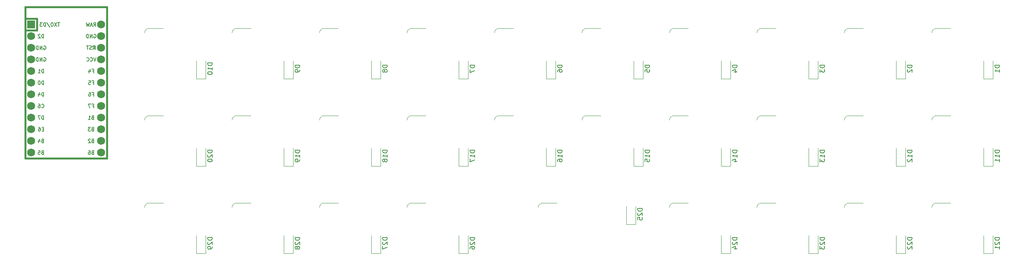
<source format=gbr>
%TF.GenerationSoftware,KiCad,Pcbnew,(6.0.6)*%
%TF.CreationDate,2022-07-16T11:48:02+07:00*%
%TF.ProjectId,pocket,706f636b-6574-42e6-9b69-6361645f7063,rev?*%
%TF.SameCoordinates,Original*%
%TF.FileFunction,Legend,Bot*%
%TF.FilePolarity,Positive*%
%FSLAX46Y46*%
G04 Gerber Fmt 4.6, Leading zero omitted, Abs format (unit mm)*
G04 Created by KiCad (PCBNEW (6.0.6)) date 2022-07-16 11:48:02*
%MOMM*%
%LPD*%
G01*
G04 APERTURE LIST*
%ADD10C,0.150000*%
%ADD11C,0.381000*%
%ADD12C,0.120000*%
%ADD13R,1.752600X1.752600*%
%ADD14C,1.752600*%
G04 APERTURE END LIST*
D10*
%TO.C,U1*%
X62141059Y-101307107D02*
X62026773Y-101345202D01*
X61988678Y-101383297D01*
X61950583Y-101459488D01*
X61950583Y-101573773D01*
X61988678Y-101649964D01*
X62026773Y-101688059D01*
X62102964Y-101726154D01*
X62407726Y-101726154D01*
X62407726Y-100926154D01*
X62141059Y-100926154D01*
X62064869Y-100964250D01*
X62026773Y-101002345D01*
X61988678Y-101078535D01*
X61988678Y-101154726D01*
X62026773Y-101230916D01*
X62064869Y-101269011D01*
X62141059Y-101307107D01*
X62407726Y-101307107D01*
X61683916Y-100926154D02*
X61188678Y-100926154D01*
X61455345Y-101230916D01*
X61341059Y-101230916D01*
X61264869Y-101269011D01*
X61226773Y-101307107D01*
X61188678Y-101383297D01*
X61188678Y-101573773D01*
X61226773Y-101649964D01*
X61264869Y-101688059D01*
X61341059Y-101726154D01*
X61569630Y-101726154D01*
X61645821Y-101688059D01*
X61683916Y-101649964D01*
X62426773Y-80644250D02*
X62502964Y-80606154D01*
X62617250Y-80606154D01*
X62731535Y-80644250D01*
X62807726Y-80720440D01*
X62845821Y-80796630D01*
X62883916Y-80949011D01*
X62883916Y-81063297D01*
X62845821Y-81215678D01*
X62807726Y-81291869D01*
X62731535Y-81368059D01*
X62617250Y-81406154D01*
X62541059Y-81406154D01*
X62426773Y-81368059D01*
X62388678Y-81329964D01*
X62388678Y-81063297D01*
X62541059Y-81063297D01*
X62045821Y-81406154D02*
X62045821Y-80606154D01*
X61588678Y-81406154D01*
X61588678Y-80606154D01*
X61207726Y-81406154D02*
X61207726Y-80606154D01*
X61017250Y-80606154D01*
X60902964Y-80644250D01*
X60826773Y-80720440D01*
X60788678Y-80796630D01*
X60750583Y-80949011D01*
X60750583Y-81063297D01*
X60788678Y-81215678D01*
X60826773Y-81291869D01*
X60902964Y-81368059D01*
X61017250Y-81406154D01*
X61207726Y-81406154D01*
X62141059Y-106387107D02*
X62026773Y-106425202D01*
X61988678Y-106463297D01*
X61950583Y-106539488D01*
X61950583Y-106653773D01*
X61988678Y-106729964D01*
X62026773Y-106768059D01*
X62102964Y-106806154D01*
X62407726Y-106806154D01*
X62407726Y-106006154D01*
X62141059Y-106006154D01*
X62064869Y-106044250D01*
X62026773Y-106082345D01*
X61988678Y-106158535D01*
X61988678Y-106234726D01*
X62026773Y-106310916D01*
X62064869Y-106349011D01*
X62141059Y-106387107D01*
X62407726Y-106387107D01*
X61264869Y-106006154D02*
X61417250Y-106006154D01*
X61493440Y-106044250D01*
X61531535Y-106082345D01*
X61607726Y-106196630D01*
X61645821Y-106349011D01*
X61645821Y-106653773D01*
X61607726Y-106729964D01*
X61569630Y-106768059D01*
X61493440Y-106806154D01*
X61341059Y-106806154D01*
X61264869Y-106768059D01*
X61226773Y-106729964D01*
X61188678Y-106653773D01*
X61188678Y-106463297D01*
X61226773Y-106387107D01*
X61264869Y-106349011D01*
X61341059Y-106310916D01*
X61493440Y-106310916D01*
X61569630Y-106349011D01*
X61607726Y-106387107D01*
X61645821Y-106463297D01*
X51447630Y-101307107D02*
X51180964Y-101307107D01*
X51066678Y-101726154D02*
X51447630Y-101726154D01*
X51447630Y-100926154D01*
X51066678Y-100926154D01*
X50380964Y-100926154D02*
X50533345Y-100926154D01*
X50609535Y-100964250D01*
X50647630Y-101002345D01*
X50723821Y-101116630D01*
X50761916Y-101269011D01*
X50761916Y-101573773D01*
X50723821Y-101649964D01*
X50685726Y-101688059D01*
X50609535Y-101726154D01*
X50457154Y-101726154D01*
X50380964Y-101688059D01*
X50342869Y-101649964D01*
X50304773Y-101573773D01*
X50304773Y-101383297D01*
X50342869Y-101307107D01*
X50380964Y-101269011D01*
X50457154Y-101230916D01*
X50609535Y-101230916D01*
X50685726Y-101269011D01*
X50723821Y-101307107D01*
X50761916Y-101383297D01*
X51219059Y-103847107D02*
X51104773Y-103885202D01*
X51066678Y-103923297D01*
X51028583Y-103999488D01*
X51028583Y-104113773D01*
X51066678Y-104189964D01*
X51104773Y-104228059D01*
X51180964Y-104266154D01*
X51485726Y-104266154D01*
X51485726Y-103466154D01*
X51219059Y-103466154D01*
X51142869Y-103504250D01*
X51104773Y-103542345D01*
X51066678Y-103618535D01*
X51066678Y-103694726D01*
X51104773Y-103770916D01*
X51142869Y-103809011D01*
X51219059Y-103847107D01*
X51485726Y-103847107D01*
X50342869Y-103732821D02*
X50342869Y-104266154D01*
X50533345Y-103428059D02*
X50723821Y-103999488D01*
X50228583Y-103999488D01*
X61929583Y-83888059D02*
X61815297Y-83926154D01*
X61624821Y-83926154D01*
X61548630Y-83888059D01*
X61510535Y-83849964D01*
X61472440Y-83773773D01*
X61472440Y-83697583D01*
X61510535Y-83621392D01*
X61548630Y-83583297D01*
X61624821Y-83545202D01*
X61777202Y-83507107D01*
X61853392Y-83469011D01*
X61891488Y-83430916D01*
X61929583Y-83354726D01*
X61929583Y-83278535D01*
X61891488Y-83202345D01*
X61853392Y-83164250D01*
X61777202Y-83126154D01*
X61586726Y-83126154D01*
X61472440Y-83164250D01*
X61243869Y-83126154D02*
X60786726Y-83126154D01*
X61015297Y-83926154D02*
X61015297Y-83126154D01*
X51485726Y-99186154D02*
X51485726Y-98386154D01*
X51295250Y-98386154D01*
X51180964Y-98424250D01*
X51104773Y-98500440D01*
X51066678Y-98576630D01*
X51028583Y-98729011D01*
X51028583Y-98843297D01*
X51066678Y-98995678D01*
X51104773Y-99071869D01*
X51180964Y-99148059D01*
X51295250Y-99186154D01*
X51485726Y-99186154D01*
X50761916Y-98386154D02*
X50228583Y-98386154D01*
X50571440Y-99186154D01*
X51485726Y-94106154D02*
X51485726Y-93306154D01*
X51295250Y-93306154D01*
X51180964Y-93344250D01*
X51104773Y-93420440D01*
X51066678Y-93496630D01*
X51028583Y-93649011D01*
X51028583Y-93763297D01*
X51066678Y-93915678D01*
X51104773Y-93991869D01*
X51180964Y-94068059D01*
X51295250Y-94106154D01*
X51485726Y-94106154D01*
X50342869Y-93572821D02*
X50342869Y-94106154D01*
X50533345Y-93268059D02*
X50723821Y-93839488D01*
X50228583Y-93839488D01*
X62883916Y-85686154D02*
X62617250Y-86486154D01*
X62350583Y-85686154D01*
X61626773Y-86409964D02*
X61664869Y-86448059D01*
X61779154Y-86486154D01*
X61855345Y-86486154D01*
X61969630Y-86448059D01*
X62045821Y-86371869D01*
X62083916Y-86295678D01*
X62122011Y-86143297D01*
X62122011Y-86029011D01*
X62083916Y-85876630D01*
X62045821Y-85800440D01*
X61969630Y-85724250D01*
X61855345Y-85686154D01*
X61779154Y-85686154D01*
X61664869Y-85724250D01*
X61626773Y-85762345D01*
X60826773Y-86409964D02*
X60864869Y-86448059D01*
X60979154Y-86486154D01*
X61055345Y-86486154D01*
X61169630Y-86448059D01*
X61245821Y-86371869D01*
X61283916Y-86295678D01*
X61322011Y-86143297D01*
X61322011Y-86029011D01*
X61283916Y-85876630D01*
X61245821Y-85800440D01*
X61169630Y-85724250D01*
X61055345Y-85686154D01*
X60979154Y-85686154D01*
X60864869Y-85724250D01*
X60826773Y-85762345D01*
X62083916Y-96227107D02*
X62350583Y-96227107D01*
X62350583Y-96646154D02*
X62350583Y-95846154D01*
X61969630Y-95846154D01*
X61741059Y-95846154D02*
X61207726Y-95846154D01*
X61550583Y-96646154D01*
X51028583Y-96569964D02*
X51066678Y-96608059D01*
X51180964Y-96646154D01*
X51257154Y-96646154D01*
X51371440Y-96608059D01*
X51447630Y-96531869D01*
X51485726Y-96455678D01*
X51523821Y-96303297D01*
X51523821Y-96189011D01*
X51485726Y-96036630D01*
X51447630Y-95960440D01*
X51371440Y-95884250D01*
X51257154Y-95846154D01*
X51180964Y-95846154D01*
X51066678Y-95884250D01*
X51028583Y-95922345D01*
X50342869Y-95846154D02*
X50495250Y-95846154D01*
X50571440Y-95884250D01*
X50609535Y-95922345D01*
X50685726Y-96036630D01*
X50723821Y-96189011D01*
X50723821Y-96493773D01*
X50685726Y-96569964D01*
X50647630Y-96608059D01*
X50571440Y-96646154D01*
X50419059Y-96646154D01*
X50342869Y-96608059D01*
X50304773Y-96569964D01*
X50266678Y-96493773D01*
X50266678Y-96303297D01*
X50304773Y-96227107D01*
X50342869Y-96189011D01*
X50419059Y-96150916D01*
X50571440Y-96150916D01*
X50647630Y-96189011D01*
X50685726Y-96227107D01*
X50723821Y-96303297D01*
X62083916Y-93687107D02*
X62350583Y-93687107D01*
X62350583Y-94106154D02*
X62350583Y-93306154D01*
X61969630Y-93306154D01*
X61322011Y-93306154D02*
X61474392Y-93306154D01*
X61550583Y-93344250D01*
X61588678Y-93382345D01*
X61664869Y-93496630D01*
X61702964Y-93649011D01*
X61702964Y-93953773D01*
X61664869Y-94029964D01*
X61626773Y-94068059D01*
X61550583Y-94106154D01*
X61398202Y-94106154D01*
X61322011Y-94068059D01*
X61283916Y-94029964D01*
X61245821Y-93953773D01*
X61245821Y-93763297D01*
X61283916Y-93687107D01*
X61322011Y-93649011D01*
X61398202Y-93610916D01*
X61550583Y-93610916D01*
X61626773Y-93649011D01*
X61664869Y-93687107D01*
X61702964Y-93763297D01*
X62369630Y-78866154D02*
X62636297Y-78485202D01*
X62826773Y-78866154D02*
X62826773Y-78066154D01*
X62522011Y-78066154D01*
X62445821Y-78104250D01*
X62407726Y-78142345D01*
X62369630Y-78218535D01*
X62369630Y-78332821D01*
X62407726Y-78409011D01*
X62445821Y-78447107D01*
X62522011Y-78485202D01*
X62826773Y-78485202D01*
X62064869Y-78637583D02*
X61683916Y-78637583D01*
X62141059Y-78866154D02*
X61874392Y-78066154D01*
X61607726Y-78866154D01*
X61417250Y-78066154D02*
X61226773Y-78866154D01*
X61074392Y-78294726D01*
X60922011Y-78866154D01*
X60731535Y-78066154D01*
X62141059Y-103847107D02*
X62026773Y-103885202D01*
X61988678Y-103923297D01*
X61950583Y-103999488D01*
X61950583Y-104113773D01*
X61988678Y-104189964D01*
X62026773Y-104228059D01*
X62102964Y-104266154D01*
X62407726Y-104266154D01*
X62407726Y-103466154D01*
X62141059Y-103466154D01*
X62064869Y-103504250D01*
X62026773Y-103542345D01*
X61988678Y-103618535D01*
X61988678Y-103694726D01*
X62026773Y-103770916D01*
X62064869Y-103809011D01*
X62141059Y-103847107D01*
X62407726Y-103847107D01*
X61645821Y-103542345D02*
X61607726Y-103504250D01*
X61531535Y-103466154D01*
X61341059Y-103466154D01*
X61264869Y-103504250D01*
X61226773Y-103542345D01*
X61188678Y-103618535D01*
X61188678Y-103694726D01*
X61226773Y-103809011D01*
X61683916Y-104266154D01*
X61188678Y-104266154D01*
X51485726Y-81406154D02*
X51485726Y-80606154D01*
X51295250Y-80606154D01*
X51180964Y-80644250D01*
X51104773Y-80720440D01*
X51066678Y-80796630D01*
X51028583Y-80949011D01*
X51028583Y-81063297D01*
X51066678Y-81215678D01*
X51104773Y-81291869D01*
X51180964Y-81368059D01*
X51295250Y-81406154D01*
X51485726Y-81406154D01*
X50723821Y-80682345D02*
X50685726Y-80644250D01*
X50609535Y-80606154D01*
X50419059Y-80606154D01*
X50342869Y-80644250D01*
X50304773Y-80682345D01*
X50266678Y-80758535D01*
X50266678Y-80834726D01*
X50304773Y-80949011D01*
X50761916Y-81406154D01*
X50266678Y-81406154D01*
X51219059Y-106387107D02*
X51104773Y-106425202D01*
X51066678Y-106463297D01*
X51028583Y-106539488D01*
X51028583Y-106653773D01*
X51066678Y-106729964D01*
X51104773Y-106768059D01*
X51180964Y-106806154D01*
X51485726Y-106806154D01*
X51485726Y-106006154D01*
X51219059Y-106006154D01*
X51142869Y-106044250D01*
X51104773Y-106082345D01*
X51066678Y-106158535D01*
X51066678Y-106234726D01*
X51104773Y-106310916D01*
X51142869Y-106349011D01*
X51219059Y-106387107D01*
X51485726Y-106387107D01*
X50304773Y-106006154D02*
X50685726Y-106006154D01*
X50723821Y-106387107D01*
X50685726Y-106349011D01*
X50609535Y-106310916D01*
X50419059Y-106310916D01*
X50342869Y-106349011D01*
X50304773Y-106387107D01*
X50266678Y-106463297D01*
X50266678Y-106653773D01*
X50304773Y-106729964D01*
X50342869Y-106768059D01*
X50419059Y-106806154D01*
X50609535Y-106806154D01*
X50685726Y-106768059D01*
X50723821Y-106729964D01*
X54974854Y-78066154D02*
X54517711Y-78066154D01*
X54746282Y-78866154D02*
X54746282Y-78066154D01*
X54327235Y-78066154D02*
X53793901Y-78866154D01*
X53793901Y-78066154D02*
X54327235Y-78866154D01*
X53336758Y-78066154D02*
X53260568Y-78066154D01*
X53184378Y-78104250D01*
X53146282Y-78142345D01*
X53108187Y-78218535D01*
X53070092Y-78370916D01*
X53070092Y-78561392D01*
X53108187Y-78713773D01*
X53146282Y-78789964D01*
X53184378Y-78828059D01*
X53260568Y-78866154D01*
X53336758Y-78866154D01*
X53412949Y-78828059D01*
X53451044Y-78789964D01*
X53489139Y-78713773D01*
X53527235Y-78561392D01*
X53527235Y-78370916D01*
X53489139Y-78218535D01*
X53451044Y-78142345D01*
X53412949Y-78104250D01*
X53336758Y-78066154D01*
X52155806Y-78028059D02*
X52841520Y-79056630D01*
X51889139Y-78866154D02*
X51889139Y-78066154D01*
X51698663Y-78066154D01*
X51584378Y-78104250D01*
X51508187Y-78180440D01*
X51470092Y-78256630D01*
X51431997Y-78409011D01*
X51431997Y-78523297D01*
X51470092Y-78675678D01*
X51508187Y-78751869D01*
X51584378Y-78828059D01*
X51698663Y-78866154D01*
X51889139Y-78866154D01*
X51165330Y-78066154D02*
X50670092Y-78066154D01*
X50936758Y-78370916D01*
X50822473Y-78370916D01*
X50746282Y-78409011D01*
X50708187Y-78447107D01*
X50670092Y-78523297D01*
X50670092Y-78713773D01*
X50708187Y-78789964D01*
X50746282Y-78828059D01*
X50822473Y-78866154D01*
X51051044Y-78866154D01*
X51127235Y-78828059D01*
X51165330Y-78789964D01*
X62083916Y-88607107D02*
X62350583Y-88607107D01*
X62350583Y-89026154D02*
X62350583Y-88226154D01*
X61969630Y-88226154D01*
X61322011Y-88492821D02*
X61322011Y-89026154D01*
X61512488Y-88188059D02*
X61702964Y-88759488D01*
X61207726Y-88759488D01*
X62141059Y-98767107D02*
X62026773Y-98805202D01*
X61988678Y-98843297D01*
X61950583Y-98919488D01*
X61950583Y-99033773D01*
X61988678Y-99109964D01*
X62026773Y-99148059D01*
X62102964Y-99186154D01*
X62407726Y-99186154D01*
X62407726Y-98386154D01*
X62141059Y-98386154D01*
X62064869Y-98424250D01*
X62026773Y-98462345D01*
X61988678Y-98538535D01*
X61988678Y-98614726D01*
X62026773Y-98690916D01*
X62064869Y-98729011D01*
X62141059Y-98767107D01*
X62407726Y-98767107D01*
X61188678Y-99186154D02*
X61645821Y-99186154D01*
X61417250Y-99186154D02*
X61417250Y-98386154D01*
X61493440Y-98500440D01*
X61569630Y-98576630D01*
X61645821Y-98614726D01*
X62083916Y-91147107D02*
X62350583Y-91147107D01*
X62350583Y-91566154D02*
X62350583Y-90766154D01*
X61969630Y-90766154D01*
X61283916Y-90766154D02*
X61664869Y-90766154D01*
X61702964Y-91147107D01*
X61664869Y-91109011D01*
X61588678Y-91070916D01*
X61398202Y-91070916D01*
X61322011Y-91109011D01*
X61283916Y-91147107D01*
X61245821Y-91223297D01*
X61245821Y-91413773D01*
X61283916Y-91489964D01*
X61322011Y-91528059D01*
X61398202Y-91566154D01*
X61588678Y-91566154D01*
X61664869Y-91528059D01*
X61702964Y-91489964D01*
X51485726Y-89026154D02*
X51485726Y-88226154D01*
X51295250Y-88226154D01*
X51180964Y-88264250D01*
X51104773Y-88340440D01*
X51066678Y-88416630D01*
X51028583Y-88569011D01*
X51028583Y-88683297D01*
X51066678Y-88835678D01*
X51104773Y-88911869D01*
X51180964Y-88988059D01*
X51295250Y-89026154D01*
X51485726Y-89026154D01*
X50266678Y-89026154D02*
X50723821Y-89026154D01*
X50495250Y-89026154D02*
X50495250Y-88226154D01*
X50571440Y-88340440D01*
X50647630Y-88416630D01*
X50723821Y-88454726D01*
X51504773Y-85724250D02*
X51580964Y-85686154D01*
X51695250Y-85686154D01*
X51809535Y-85724250D01*
X51885726Y-85800440D01*
X51923821Y-85876630D01*
X51961916Y-86029011D01*
X51961916Y-86143297D01*
X51923821Y-86295678D01*
X51885726Y-86371869D01*
X51809535Y-86448059D01*
X51695250Y-86486154D01*
X51619059Y-86486154D01*
X51504773Y-86448059D01*
X51466678Y-86409964D01*
X51466678Y-86143297D01*
X51619059Y-86143297D01*
X51123821Y-86486154D02*
X51123821Y-85686154D01*
X50666678Y-86486154D01*
X50666678Y-85686154D01*
X50285726Y-86486154D02*
X50285726Y-85686154D01*
X50095250Y-85686154D01*
X49980964Y-85724250D01*
X49904773Y-85800440D01*
X49866678Y-85876630D01*
X49828583Y-86029011D01*
X49828583Y-86143297D01*
X49866678Y-86295678D01*
X49904773Y-86371869D01*
X49980964Y-86448059D01*
X50095250Y-86486154D01*
X50285726Y-86486154D01*
X51485726Y-91566154D02*
X51485726Y-90766154D01*
X51295250Y-90766154D01*
X51180964Y-90804250D01*
X51104773Y-90880440D01*
X51066678Y-90956630D01*
X51028583Y-91109011D01*
X51028583Y-91223297D01*
X51066678Y-91375678D01*
X51104773Y-91451869D01*
X51180964Y-91528059D01*
X51295250Y-91566154D01*
X51485726Y-91566154D01*
X50533345Y-90766154D02*
X50457154Y-90766154D01*
X50380964Y-90804250D01*
X50342869Y-90842345D01*
X50304773Y-90918535D01*
X50266678Y-91070916D01*
X50266678Y-91261392D01*
X50304773Y-91413773D01*
X50342869Y-91489964D01*
X50380964Y-91528059D01*
X50457154Y-91566154D01*
X50533345Y-91566154D01*
X50609535Y-91528059D01*
X50647630Y-91489964D01*
X50685726Y-91413773D01*
X50723821Y-91261392D01*
X50723821Y-91070916D01*
X50685726Y-90918535D01*
X50647630Y-90842345D01*
X50609535Y-90804250D01*
X50533345Y-90766154D01*
X51504773Y-83184250D02*
X51580964Y-83146154D01*
X51695250Y-83146154D01*
X51809535Y-83184250D01*
X51885726Y-83260440D01*
X51923821Y-83336630D01*
X51961916Y-83489011D01*
X51961916Y-83603297D01*
X51923821Y-83755678D01*
X51885726Y-83831869D01*
X51809535Y-83908059D01*
X51695250Y-83946154D01*
X51619059Y-83946154D01*
X51504773Y-83908059D01*
X51466678Y-83869964D01*
X51466678Y-83603297D01*
X51619059Y-83603297D01*
X51123821Y-83946154D02*
X51123821Y-83146154D01*
X50666678Y-83946154D01*
X50666678Y-83146154D01*
X50285726Y-83946154D02*
X50285726Y-83146154D01*
X50095250Y-83146154D01*
X49980964Y-83184250D01*
X49904773Y-83260440D01*
X49866678Y-83336630D01*
X49828583Y-83489011D01*
X49828583Y-83603297D01*
X49866678Y-83755678D01*
X49904773Y-83831869D01*
X49980964Y-83908059D01*
X50095250Y-83946154D01*
X50285726Y-83946154D01*
%TO.C,D12*%
X240577380Y-105941964D02*
X239577380Y-105941964D01*
X239577380Y-106180059D01*
X239625000Y-106322916D01*
X239720238Y-106418154D01*
X239815476Y-106465773D01*
X240005952Y-106513392D01*
X240148809Y-106513392D01*
X240339285Y-106465773D01*
X240434523Y-106418154D01*
X240529761Y-106322916D01*
X240577380Y-106180059D01*
X240577380Y-105941964D01*
X240577380Y-107465773D02*
X240577380Y-106894345D01*
X240577380Y-107180059D02*
X239577380Y-107180059D01*
X239720238Y-107084821D01*
X239815476Y-106989583D01*
X239863095Y-106894345D01*
X239672619Y-107846726D02*
X239625000Y-107894345D01*
X239577380Y-107989583D01*
X239577380Y-108227678D01*
X239625000Y-108322916D01*
X239672619Y-108370535D01*
X239767857Y-108418154D01*
X239863095Y-108418154D01*
X240005952Y-108370535D01*
X240577380Y-107799107D01*
X240577380Y-108418154D01*
%TO.C,D15*%
X183427380Y-105941964D02*
X182427380Y-105941964D01*
X182427380Y-106180059D01*
X182475000Y-106322916D01*
X182570238Y-106418154D01*
X182665476Y-106465773D01*
X182855952Y-106513392D01*
X182998809Y-106513392D01*
X183189285Y-106465773D01*
X183284523Y-106418154D01*
X183379761Y-106322916D01*
X183427380Y-106180059D01*
X183427380Y-105941964D01*
X183427380Y-107465773D02*
X183427380Y-106894345D01*
X183427380Y-107180059D02*
X182427380Y-107180059D01*
X182570238Y-107084821D01*
X182665476Y-106989583D01*
X182713095Y-106894345D01*
X182427380Y-108370535D02*
X182427380Y-107894345D01*
X182903571Y-107846726D01*
X182855952Y-107894345D01*
X182808333Y-107989583D01*
X182808333Y-108227678D01*
X182855952Y-108322916D01*
X182903571Y-108370535D01*
X182998809Y-108418154D01*
X183236904Y-108418154D01*
X183332142Y-108370535D01*
X183379761Y-108322916D01*
X183427380Y-108227678D01*
X183427380Y-107989583D01*
X183379761Y-107894345D01*
X183332142Y-107846726D01*
%TO.C,D25*%
X181839880Y-118641964D02*
X180839880Y-118641964D01*
X180839880Y-118880059D01*
X180887500Y-119022916D01*
X180982738Y-119118154D01*
X181077976Y-119165773D01*
X181268452Y-119213392D01*
X181411309Y-119213392D01*
X181601785Y-119165773D01*
X181697023Y-119118154D01*
X181792261Y-119022916D01*
X181839880Y-118880059D01*
X181839880Y-118641964D01*
X180935119Y-119594345D02*
X180887500Y-119641964D01*
X180839880Y-119737202D01*
X180839880Y-119975297D01*
X180887500Y-120070535D01*
X180935119Y-120118154D01*
X181030357Y-120165773D01*
X181125595Y-120165773D01*
X181268452Y-120118154D01*
X181839880Y-119546726D01*
X181839880Y-120165773D01*
X180839880Y-121070535D02*
X180839880Y-120594345D01*
X181316071Y-120546726D01*
X181268452Y-120594345D01*
X181220833Y-120689583D01*
X181220833Y-120927678D01*
X181268452Y-121022916D01*
X181316071Y-121070535D01*
X181411309Y-121118154D01*
X181649404Y-121118154D01*
X181744642Y-121070535D01*
X181792261Y-121022916D01*
X181839880Y-120927678D01*
X181839880Y-120689583D01*
X181792261Y-120594345D01*
X181744642Y-120546726D01*
%TO.C,D10*%
X88177380Y-86891964D02*
X87177380Y-86891964D01*
X87177380Y-87130059D01*
X87225000Y-87272916D01*
X87320238Y-87368154D01*
X87415476Y-87415773D01*
X87605952Y-87463392D01*
X87748809Y-87463392D01*
X87939285Y-87415773D01*
X88034523Y-87368154D01*
X88129761Y-87272916D01*
X88177380Y-87130059D01*
X88177380Y-86891964D01*
X88177380Y-88415773D02*
X88177380Y-87844345D01*
X88177380Y-88130059D02*
X87177380Y-88130059D01*
X87320238Y-88034821D01*
X87415476Y-87939583D01*
X87463095Y-87844345D01*
X87177380Y-89034821D02*
X87177380Y-89130059D01*
X87225000Y-89225297D01*
X87272619Y-89272916D01*
X87367857Y-89320535D01*
X87558333Y-89368154D01*
X87796428Y-89368154D01*
X87986904Y-89320535D01*
X88082142Y-89272916D01*
X88129761Y-89225297D01*
X88177380Y-89130059D01*
X88177380Y-89034821D01*
X88129761Y-88939583D01*
X88082142Y-88891964D01*
X87986904Y-88844345D01*
X87796428Y-88796726D01*
X87558333Y-88796726D01*
X87367857Y-88844345D01*
X87272619Y-88891964D01*
X87225000Y-88939583D01*
X87177380Y-89034821D01*
%TO.C,D1*%
X259627380Y-87368154D02*
X258627380Y-87368154D01*
X258627380Y-87606250D01*
X258675000Y-87749107D01*
X258770238Y-87844345D01*
X258865476Y-87891964D01*
X259055952Y-87939583D01*
X259198809Y-87939583D01*
X259389285Y-87891964D01*
X259484523Y-87844345D01*
X259579761Y-87749107D01*
X259627380Y-87606250D01*
X259627380Y-87368154D01*
X259627380Y-88891964D02*
X259627380Y-88320535D01*
X259627380Y-88606250D02*
X258627380Y-88606250D01*
X258770238Y-88511011D01*
X258865476Y-88415773D01*
X258913095Y-88320535D01*
%TO.C,D2*%
X240577380Y-87368154D02*
X239577380Y-87368154D01*
X239577380Y-87606250D01*
X239625000Y-87749107D01*
X239720238Y-87844345D01*
X239815476Y-87891964D01*
X240005952Y-87939583D01*
X240148809Y-87939583D01*
X240339285Y-87891964D01*
X240434523Y-87844345D01*
X240529761Y-87749107D01*
X240577380Y-87606250D01*
X240577380Y-87368154D01*
X239672619Y-88320535D02*
X239625000Y-88368154D01*
X239577380Y-88463392D01*
X239577380Y-88701488D01*
X239625000Y-88796726D01*
X239672619Y-88844345D01*
X239767857Y-88891964D01*
X239863095Y-88891964D01*
X240005952Y-88844345D01*
X240577380Y-88272916D01*
X240577380Y-88891964D01*
%TO.C,D28*%
X107227380Y-124991964D02*
X106227380Y-124991964D01*
X106227380Y-125230059D01*
X106275000Y-125372916D01*
X106370238Y-125468154D01*
X106465476Y-125515773D01*
X106655952Y-125563392D01*
X106798809Y-125563392D01*
X106989285Y-125515773D01*
X107084523Y-125468154D01*
X107179761Y-125372916D01*
X107227380Y-125230059D01*
X107227380Y-124991964D01*
X106322619Y-125944345D02*
X106275000Y-125991964D01*
X106227380Y-126087202D01*
X106227380Y-126325297D01*
X106275000Y-126420535D01*
X106322619Y-126468154D01*
X106417857Y-126515773D01*
X106513095Y-126515773D01*
X106655952Y-126468154D01*
X107227380Y-125896726D01*
X107227380Y-126515773D01*
X106655952Y-127087202D02*
X106608333Y-126991964D01*
X106560714Y-126944345D01*
X106465476Y-126896726D01*
X106417857Y-126896726D01*
X106322619Y-126944345D01*
X106275000Y-126991964D01*
X106227380Y-127087202D01*
X106227380Y-127277678D01*
X106275000Y-127372916D01*
X106322619Y-127420535D01*
X106417857Y-127468154D01*
X106465476Y-127468154D01*
X106560714Y-127420535D01*
X106608333Y-127372916D01*
X106655952Y-127277678D01*
X106655952Y-127087202D01*
X106703571Y-126991964D01*
X106751190Y-126944345D01*
X106846428Y-126896726D01*
X107036904Y-126896726D01*
X107132142Y-126944345D01*
X107179761Y-126991964D01*
X107227380Y-127087202D01*
X107227380Y-127277678D01*
X107179761Y-127372916D01*
X107132142Y-127420535D01*
X107036904Y-127468154D01*
X106846428Y-127468154D01*
X106751190Y-127420535D01*
X106703571Y-127372916D01*
X106655952Y-127277678D01*
%TO.C,D17*%
X145327380Y-105941964D02*
X144327380Y-105941964D01*
X144327380Y-106180059D01*
X144375000Y-106322916D01*
X144470238Y-106418154D01*
X144565476Y-106465773D01*
X144755952Y-106513392D01*
X144898809Y-106513392D01*
X145089285Y-106465773D01*
X145184523Y-106418154D01*
X145279761Y-106322916D01*
X145327380Y-106180059D01*
X145327380Y-105941964D01*
X145327380Y-107465773D02*
X145327380Y-106894345D01*
X145327380Y-107180059D02*
X144327380Y-107180059D01*
X144470238Y-107084821D01*
X144565476Y-106989583D01*
X144613095Y-106894345D01*
X144327380Y-107799107D02*
X144327380Y-108465773D01*
X145327380Y-108037202D01*
%TO.C,D19*%
X107227380Y-105941964D02*
X106227380Y-105941964D01*
X106227380Y-106180059D01*
X106275000Y-106322916D01*
X106370238Y-106418154D01*
X106465476Y-106465773D01*
X106655952Y-106513392D01*
X106798809Y-106513392D01*
X106989285Y-106465773D01*
X107084523Y-106418154D01*
X107179761Y-106322916D01*
X107227380Y-106180059D01*
X107227380Y-105941964D01*
X107227380Y-107465773D02*
X107227380Y-106894345D01*
X107227380Y-107180059D02*
X106227380Y-107180059D01*
X106370238Y-107084821D01*
X106465476Y-106989583D01*
X106513095Y-106894345D01*
X107227380Y-107941964D02*
X107227380Y-108132440D01*
X107179761Y-108227678D01*
X107132142Y-108275297D01*
X106989285Y-108370535D01*
X106798809Y-108418154D01*
X106417857Y-108418154D01*
X106322619Y-108370535D01*
X106275000Y-108322916D01*
X106227380Y-108227678D01*
X106227380Y-108037202D01*
X106275000Y-107941964D01*
X106322619Y-107894345D01*
X106417857Y-107846726D01*
X106655952Y-107846726D01*
X106751190Y-107894345D01*
X106798809Y-107941964D01*
X106846428Y-108037202D01*
X106846428Y-108227678D01*
X106798809Y-108322916D01*
X106751190Y-108370535D01*
X106655952Y-108418154D01*
%TO.C,D27*%
X126277380Y-124991964D02*
X125277380Y-124991964D01*
X125277380Y-125230059D01*
X125325000Y-125372916D01*
X125420238Y-125468154D01*
X125515476Y-125515773D01*
X125705952Y-125563392D01*
X125848809Y-125563392D01*
X126039285Y-125515773D01*
X126134523Y-125468154D01*
X126229761Y-125372916D01*
X126277380Y-125230059D01*
X126277380Y-124991964D01*
X125372619Y-125944345D02*
X125325000Y-125991964D01*
X125277380Y-126087202D01*
X125277380Y-126325297D01*
X125325000Y-126420535D01*
X125372619Y-126468154D01*
X125467857Y-126515773D01*
X125563095Y-126515773D01*
X125705952Y-126468154D01*
X126277380Y-125896726D01*
X126277380Y-126515773D01*
X125277380Y-126849107D02*
X125277380Y-127515773D01*
X126277380Y-127087202D01*
%TO.C,D14*%
X202477380Y-105941964D02*
X201477380Y-105941964D01*
X201477380Y-106180059D01*
X201525000Y-106322916D01*
X201620238Y-106418154D01*
X201715476Y-106465773D01*
X201905952Y-106513392D01*
X202048809Y-106513392D01*
X202239285Y-106465773D01*
X202334523Y-106418154D01*
X202429761Y-106322916D01*
X202477380Y-106180059D01*
X202477380Y-105941964D01*
X202477380Y-107465773D02*
X202477380Y-106894345D01*
X202477380Y-107180059D02*
X201477380Y-107180059D01*
X201620238Y-107084821D01*
X201715476Y-106989583D01*
X201763095Y-106894345D01*
X201810714Y-108322916D02*
X202477380Y-108322916D01*
X201429761Y-108084821D02*
X202144047Y-107846726D01*
X202144047Y-108465773D01*
%TO.C,D29*%
X88177380Y-124991964D02*
X87177380Y-124991964D01*
X87177380Y-125230059D01*
X87225000Y-125372916D01*
X87320238Y-125468154D01*
X87415476Y-125515773D01*
X87605952Y-125563392D01*
X87748809Y-125563392D01*
X87939285Y-125515773D01*
X88034523Y-125468154D01*
X88129761Y-125372916D01*
X88177380Y-125230059D01*
X88177380Y-124991964D01*
X87272619Y-125944345D02*
X87225000Y-125991964D01*
X87177380Y-126087202D01*
X87177380Y-126325297D01*
X87225000Y-126420535D01*
X87272619Y-126468154D01*
X87367857Y-126515773D01*
X87463095Y-126515773D01*
X87605952Y-126468154D01*
X88177380Y-125896726D01*
X88177380Y-126515773D01*
X88177380Y-126991964D02*
X88177380Y-127182440D01*
X88129761Y-127277678D01*
X88082142Y-127325297D01*
X87939285Y-127420535D01*
X87748809Y-127468154D01*
X87367857Y-127468154D01*
X87272619Y-127420535D01*
X87225000Y-127372916D01*
X87177380Y-127277678D01*
X87177380Y-127087202D01*
X87225000Y-126991964D01*
X87272619Y-126944345D01*
X87367857Y-126896726D01*
X87605952Y-126896726D01*
X87701190Y-126944345D01*
X87748809Y-126991964D01*
X87796428Y-127087202D01*
X87796428Y-127277678D01*
X87748809Y-127372916D01*
X87701190Y-127420535D01*
X87605952Y-127468154D01*
%TO.C,D24*%
X202477380Y-124991964D02*
X201477380Y-124991964D01*
X201477380Y-125230059D01*
X201525000Y-125372916D01*
X201620238Y-125468154D01*
X201715476Y-125515773D01*
X201905952Y-125563392D01*
X202048809Y-125563392D01*
X202239285Y-125515773D01*
X202334523Y-125468154D01*
X202429761Y-125372916D01*
X202477380Y-125230059D01*
X202477380Y-124991964D01*
X201572619Y-125944345D02*
X201525000Y-125991964D01*
X201477380Y-126087202D01*
X201477380Y-126325297D01*
X201525000Y-126420535D01*
X201572619Y-126468154D01*
X201667857Y-126515773D01*
X201763095Y-126515773D01*
X201905952Y-126468154D01*
X202477380Y-125896726D01*
X202477380Y-126515773D01*
X201810714Y-127372916D02*
X202477380Y-127372916D01*
X201429761Y-127134821D02*
X202144047Y-126896726D01*
X202144047Y-127515773D01*
%TO.C,D8*%
X126277380Y-87368154D02*
X125277380Y-87368154D01*
X125277380Y-87606250D01*
X125325000Y-87749107D01*
X125420238Y-87844345D01*
X125515476Y-87891964D01*
X125705952Y-87939583D01*
X125848809Y-87939583D01*
X126039285Y-87891964D01*
X126134523Y-87844345D01*
X126229761Y-87749107D01*
X126277380Y-87606250D01*
X126277380Y-87368154D01*
X125705952Y-88511011D02*
X125658333Y-88415773D01*
X125610714Y-88368154D01*
X125515476Y-88320535D01*
X125467857Y-88320535D01*
X125372619Y-88368154D01*
X125325000Y-88415773D01*
X125277380Y-88511011D01*
X125277380Y-88701488D01*
X125325000Y-88796726D01*
X125372619Y-88844345D01*
X125467857Y-88891964D01*
X125515476Y-88891964D01*
X125610714Y-88844345D01*
X125658333Y-88796726D01*
X125705952Y-88701488D01*
X125705952Y-88511011D01*
X125753571Y-88415773D01*
X125801190Y-88368154D01*
X125896428Y-88320535D01*
X126086904Y-88320535D01*
X126182142Y-88368154D01*
X126229761Y-88415773D01*
X126277380Y-88511011D01*
X126277380Y-88701488D01*
X126229761Y-88796726D01*
X126182142Y-88844345D01*
X126086904Y-88891964D01*
X125896428Y-88891964D01*
X125801190Y-88844345D01*
X125753571Y-88796726D01*
X125705952Y-88701488D01*
%TO.C,D5*%
X183427380Y-87368154D02*
X182427380Y-87368154D01*
X182427380Y-87606250D01*
X182475000Y-87749107D01*
X182570238Y-87844345D01*
X182665476Y-87891964D01*
X182855952Y-87939583D01*
X182998809Y-87939583D01*
X183189285Y-87891964D01*
X183284523Y-87844345D01*
X183379761Y-87749107D01*
X183427380Y-87606250D01*
X183427380Y-87368154D01*
X182427380Y-88844345D02*
X182427380Y-88368154D01*
X182903571Y-88320535D01*
X182855952Y-88368154D01*
X182808333Y-88463392D01*
X182808333Y-88701488D01*
X182855952Y-88796726D01*
X182903571Y-88844345D01*
X182998809Y-88891964D01*
X183236904Y-88891964D01*
X183332142Y-88844345D01*
X183379761Y-88796726D01*
X183427380Y-88701488D01*
X183427380Y-88463392D01*
X183379761Y-88368154D01*
X183332142Y-88320535D01*
%TO.C,D9*%
X107227380Y-87368154D02*
X106227380Y-87368154D01*
X106227380Y-87606250D01*
X106275000Y-87749107D01*
X106370238Y-87844345D01*
X106465476Y-87891964D01*
X106655952Y-87939583D01*
X106798809Y-87939583D01*
X106989285Y-87891964D01*
X107084523Y-87844345D01*
X107179761Y-87749107D01*
X107227380Y-87606250D01*
X107227380Y-87368154D01*
X107227380Y-88415773D02*
X107227380Y-88606250D01*
X107179761Y-88701488D01*
X107132142Y-88749107D01*
X106989285Y-88844345D01*
X106798809Y-88891964D01*
X106417857Y-88891964D01*
X106322619Y-88844345D01*
X106275000Y-88796726D01*
X106227380Y-88701488D01*
X106227380Y-88511011D01*
X106275000Y-88415773D01*
X106322619Y-88368154D01*
X106417857Y-88320535D01*
X106655952Y-88320535D01*
X106751190Y-88368154D01*
X106798809Y-88415773D01*
X106846428Y-88511011D01*
X106846428Y-88701488D01*
X106798809Y-88796726D01*
X106751190Y-88844345D01*
X106655952Y-88891964D01*
%TO.C,D6*%
X164377380Y-87368154D02*
X163377380Y-87368154D01*
X163377380Y-87606250D01*
X163425000Y-87749107D01*
X163520238Y-87844345D01*
X163615476Y-87891964D01*
X163805952Y-87939583D01*
X163948809Y-87939583D01*
X164139285Y-87891964D01*
X164234523Y-87844345D01*
X164329761Y-87749107D01*
X164377380Y-87606250D01*
X164377380Y-87368154D01*
X163377380Y-88796726D02*
X163377380Y-88606250D01*
X163425000Y-88511011D01*
X163472619Y-88463392D01*
X163615476Y-88368154D01*
X163805952Y-88320535D01*
X164186904Y-88320535D01*
X164282142Y-88368154D01*
X164329761Y-88415773D01*
X164377380Y-88511011D01*
X164377380Y-88701488D01*
X164329761Y-88796726D01*
X164282142Y-88844345D01*
X164186904Y-88891964D01*
X163948809Y-88891964D01*
X163853571Y-88844345D01*
X163805952Y-88796726D01*
X163758333Y-88701488D01*
X163758333Y-88511011D01*
X163805952Y-88415773D01*
X163853571Y-88368154D01*
X163948809Y-88320535D01*
%TO.C,D7*%
X145327380Y-87368154D02*
X144327380Y-87368154D01*
X144327380Y-87606250D01*
X144375000Y-87749107D01*
X144470238Y-87844345D01*
X144565476Y-87891964D01*
X144755952Y-87939583D01*
X144898809Y-87939583D01*
X145089285Y-87891964D01*
X145184523Y-87844345D01*
X145279761Y-87749107D01*
X145327380Y-87606250D01*
X145327380Y-87368154D01*
X144327380Y-88272916D02*
X144327380Y-88939583D01*
X145327380Y-88511011D01*
%TO.C,D18*%
X126277380Y-105941964D02*
X125277380Y-105941964D01*
X125277380Y-106180059D01*
X125325000Y-106322916D01*
X125420238Y-106418154D01*
X125515476Y-106465773D01*
X125705952Y-106513392D01*
X125848809Y-106513392D01*
X126039285Y-106465773D01*
X126134523Y-106418154D01*
X126229761Y-106322916D01*
X126277380Y-106180059D01*
X126277380Y-105941964D01*
X126277380Y-107465773D02*
X126277380Y-106894345D01*
X126277380Y-107180059D02*
X125277380Y-107180059D01*
X125420238Y-107084821D01*
X125515476Y-106989583D01*
X125563095Y-106894345D01*
X125705952Y-108037202D02*
X125658333Y-107941964D01*
X125610714Y-107894345D01*
X125515476Y-107846726D01*
X125467857Y-107846726D01*
X125372619Y-107894345D01*
X125325000Y-107941964D01*
X125277380Y-108037202D01*
X125277380Y-108227678D01*
X125325000Y-108322916D01*
X125372619Y-108370535D01*
X125467857Y-108418154D01*
X125515476Y-108418154D01*
X125610714Y-108370535D01*
X125658333Y-108322916D01*
X125705952Y-108227678D01*
X125705952Y-108037202D01*
X125753571Y-107941964D01*
X125801190Y-107894345D01*
X125896428Y-107846726D01*
X126086904Y-107846726D01*
X126182142Y-107894345D01*
X126229761Y-107941964D01*
X126277380Y-108037202D01*
X126277380Y-108227678D01*
X126229761Y-108322916D01*
X126182142Y-108370535D01*
X126086904Y-108418154D01*
X125896428Y-108418154D01*
X125801190Y-108370535D01*
X125753571Y-108322916D01*
X125705952Y-108227678D01*
%TO.C,D4*%
X202477380Y-87368154D02*
X201477380Y-87368154D01*
X201477380Y-87606250D01*
X201525000Y-87749107D01*
X201620238Y-87844345D01*
X201715476Y-87891964D01*
X201905952Y-87939583D01*
X202048809Y-87939583D01*
X202239285Y-87891964D01*
X202334523Y-87844345D01*
X202429761Y-87749107D01*
X202477380Y-87606250D01*
X202477380Y-87368154D01*
X201810714Y-88796726D02*
X202477380Y-88796726D01*
X201429761Y-88558630D02*
X202144047Y-88320535D01*
X202144047Y-88939583D01*
%TO.C,D21*%
X259627380Y-124991964D02*
X258627380Y-124991964D01*
X258627380Y-125230059D01*
X258675000Y-125372916D01*
X258770238Y-125468154D01*
X258865476Y-125515773D01*
X259055952Y-125563392D01*
X259198809Y-125563392D01*
X259389285Y-125515773D01*
X259484523Y-125468154D01*
X259579761Y-125372916D01*
X259627380Y-125230059D01*
X259627380Y-124991964D01*
X258722619Y-125944345D02*
X258675000Y-125991964D01*
X258627380Y-126087202D01*
X258627380Y-126325297D01*
X258675000Y-126420535D01*
X258722619Y-126468154D01*
X258817857Y-126515773D01*
X258913095Y-126515773D01*
X259055952Y-126468154D01*
X259627380Y-125896726D01*
X259627380Y-126515773D01*
X259627380Y-127468154D02*
X259627380Y-126896726D01*
X259627380Y-127182440D02*
X258627380Y-127182440D01*
X258770238Y-127087202D01*
X258865476Y-126991964D01*
X258913095Y-126896726D01*
%TO.C,D23*%
X221527380Y-124991964D02*
X220527380Y-124991964D01*
X220527380Y-125230059D01*
X220575000Y-125372916D01*
X220670238Y-125468154D01*
X220765476Y-125515773D01*
X220955952Y-125563392D01*
X221098809Y-125563392D01*
X221289285Y-125515773D01*
X221384523Y-125468154D01*
X221479761Y-125372916D01*
X221527380Y-125230059D01*
X221527380Y-124991964D01*
X220622619Y-125944345D02*
X220575000Y-125991964D01*
X220527380Y-126087202D01*
X220527380Y-126325297D01*
X220575000Y-126420535D01*
X220622619Y-126468154D01*
X220717857Y-126515773D01*
X220813095Y-126515773D01*
X220955952Y-126468154D01*
X221527380Y-125896726D01*
X221527380Y-126515773D01*
X220527380Y-126849107D02*
X220527380Y-127468154D01*
X220908333Y-127134821D01*
X220908333Y-127277678D01*
X220955952Y-127372916D01*
X221003571Y-127420535D01*
X221098809Y-127468154D01*
X221336904Y-127468154D01*
X221432142Y-127420535D01*
X221479761Y-127372916D01*
X221527380Y-127277678D01*
X221527380Y-126991964D01*
X221479761Y-126896726D01*
X221432142Y-126849107D01*
%TO.C,D11*%
X259627380Y-105941964D02*
X258627380Y-105941964D01*
X258627380Y-106180059D01*
X258675000Y-106322916D01*
X258770238Y-106418154D01*
X258865476Y-106465773D01*
X259055952Y-106513392D01*
X259198809Y-106513392D01*
X259389285Y-106465773D01*
X259484523Y-106418154D01*
X259579761Y-106322916D01*
X259627380Y-106180059D01*
X259627380Y-105941964D01*
X259627380Y-107465773D02*
X259627380Y-106894345D01*
X259627380Y-107180059D02*
X258627380Y-107180059D01*
X258770238Y-107084821D01*
X258865476Y-106989583D01*
X258913095Y-106894345D01*
X259627380Y-108418154D02*
X259627380Y-107846726D01*
X259627380Y-108132440D02*
X258627380Y-108132440D01*
X258770238Y-108037202D01*
X258865476Y-107941964D01*
X258913095Y-107846726D01*
%TO.C,D20*%
X88177380Y-105941964D02*
X87177380Y-105941964D01*
X87177380Y-106180059D01*
X87225000Y-106322916D01*
X87320238Y-106418154D01*
X87415476Y-106465773D01*
X87605952Y-106513392D01*
X87748809Y-106513392D01*
X87939285Y-106465773D01*
X88034523Y-106418154D01*
X88129761Y-106322916D01*
X88177380Y-106180059D01*
X88177380Y-105941964D01*
X87272619Y-106894345D02*
X87225000Y-106941964D01*
X87177380Y-107037202D01*
X87177380Y-107275297D01*
X87225000Y-107370535D01*
X87272619Y-107418154D01*
X87367857Y-107465773D01*
X87463095Y-107465773D01*
X87605952Y-107418154D01*
X88177380Y-106846726D01*
X88177380Y-107465773D01*
X87177380Y-108084821D02*
X87177380Y-108180059D01*
X87225000Y-108275297D01*
X87272619Y-108322916D01*
X87367857Y-108370535D01*
X87558333Y-108418154D01*
X87796428Y-108418154D01*
X87986904Y-108370535D01*
X88082142Y-108322916D01*
X88129761Y-108275297D01*
X88177380Y-108180059D01*
X88177380Y-108084821D01*
X88129761Y-107989583D01*
X88082142Y-107941964D01*
X87986904Y-107894345D01*
X87796428Y-107846726D01*
X87558333Y-107846726D01*
X87367857Y-107894345D01*
X87272619Y-107941964D01*
X87225000Y-107989583D01*
X87177380Y-108084821D01*
%TO.C,D22*%
X240577380Y-124991964D02*
X239577380Y-124991964D01*
X239577380Y-125230059D01*
X239625000Y-125372916D01*
X239720238Y-125468154D01*
X239815476Y-125515773D01*
X240005952Y-125563392D01*
X240148809Y-125563392D01*
X240339285Y-125515773D01*
X240434523Y-125468154D01*
X240529761Y-125372916D01*
X240577380Y-125230059D01*
X240577380Y-124991964D01*
X239672619Y-125944345D02*
X239625000Y-125991964D01*
X239577380Y-126087202D01*
X239577380Y-126325297D01*
X239625000Y-126420535D01*
X239672619Y-126468154D01*
X239767857Y-126515773D01*
X239863095Y-126515773D01*
X240005952Y-126468154D01*
X240577380Y-125896726D01*
X240577380Y-126515773D01*
X239672619Y-126896726D02*
X239625000Y-126944345D01*
X239577380Y-127039583D01*
X239577380Y-127277678D01*
X239625000Y-127372916D01*
X239672619Y-127420535D01*
X239767857Y-127468154D01*
X239863095Y-127468154D01*
X240005952Y-127420535D01*
X240577380Y-126849107D01*
X240577380Y-127468154D01*
%TO.C,D16*%
X164377380Y-105941964D02*
X163377380Y-105941964D01*
X163377380Y-106180059D01*
X163425000Y-106322916D01*
X163520238Y-106418154D01*
X163615476Y-106465773D01*
X163805952Y-106513392D01*
X163948809Y-106513392D01*
X164139285Y-106465773D01*
X164234523Y-106418154D01*
X164329761Y-106322916D01*
X164377380Y-106180059D01*
X164377380Y-105941964D01*
X164377380Y-107465773D02*
X164377380Y-106894345D01*
X164377380Y-107180059D02*
X163377380Y-107180059D01*
X163520238Y-107084821D01*
X163615476Y-106989583D01*
X163663095Y-106894345D01*
X163377380Y-108322916D02*
X163377380Y-108132440D01*
X163425000Y-108037202D01*
X163472619Y-107989583D01*
X163615476Y-107894345D01*
X163805952Y-107846726D01*
X164186904Y-107846726D01*
X164282142Y-107894345D01*
X164329761Y-107941964D01*
X164377380Y-108037202D01*
X164377380Y-108227678D01*
X164329761Y-108322916D01*
X164282142Y-108370535D01*
X164186904Y-108418154D01*
X163948809Y-108418154D01*
X163853571Y-108370535D01*
X163805952Y-108322916D01*
X163758333Y-108227678D01*
X163758333Y-108037202D01*
X163805952Y-107941964D01*
X163853571Y-107894345D01*
X163948809Y-107846726D01*
%TO.C,D26*%
X145327380Y-124991964D02*
X144327380Y-124991964D01*
X144327380Y-125230059D01*
X144375000Y-125372916D01*
X144470238Y-125468154D01*
X144565476Y-125515773D01*
X144755952Y-125563392D01*
X144898809Y-125563392D01*
X145089285Y-125515773D01*
X145184523Y-125468154D01*
X145279761Y-125372916D01*
X145327380Y-125230059D01*
X145327380Y-124991964D01*
X144422619Y-125944345D02*
X144375000Y-125991964D01*
X144327380Y-126087202D01*
X144327380Y-126325297D01*
X144375000Y-126420535D01*
X144422619Y-126468154D01*
X144517857Y-126515773D01*
X144613095Y-126515773D01*
X144755952Y-126468154D01*
X145327380Y-125896726D01*
X145327380Y-126515773D01*
X144327380Y-127372916D02*
X144327380Y-127182440D01*
X144375000Y-127087202D01*
X144422619Y-127039583D01*
X144565476Y-126944345D01*
X144755952Y-126896726D01*
X145136904Y-126896726D01*
X145232142Y-126944345D01*
X145279761Y-126991964D01*
X145327380Y-127087202D01*
X145327380Y-127277678D01*
X145279761Y-127372916D01*
X145232142Y-127420535D01*
X145136904Y-127468154D01*
X144898809Y-127468154D01*
X144803571Y-127420535D01*
X144755952Y-127372916D01*
X144708333Y-127277678D01*
X144708333Y-127087202D01*
X144755952Y-126991964D01*
X144803571Y-126944345D01*
X144898809Y-126896726D01*
%TO.C,D13*%
X221527380Y-105941964D02*
X220527380Y-105941964D01*
X220527380Y-106180059D01*
X220575000Y-106322916D01*
X220670238Y-106418154D01*
X220765476Y-106465773D01*
X220955952Y-106513392D01*
X221098809Y-106513392D01*
X221289285Y-106465773D01*
X221384523Y-106418154D01*
X221479761Y-106322916D01*
X221527380Y-106180059D01*
X221527380Y-105941964D01*
X221527380Y-107465773D02*
X221527380Y-106894345D01*
X221527380Y-107180059D02*
X220527380Y-107180059D01*
X220670238Y-107084821D01*
X220765476Y-106989583D01*
X220813095Y-106894345D01*
X220527380Y-107799107D02*
X220527380Y-108418154D01*
X220908333Y-108084821D01*
X220908333Y-108227678D01*
X220955952Y-108322916D01*
X221003571Y-108370535D01*
X221098809Y-108418154D01*
X221336904Y-108418154D01*
X221432142Y-108370535D01*
X221479761Y-108322916D01*
X221527380Y-108227678D01*
X221527380Y-107941964D01*
X221479761Y-107846726D01*
X221432142Y-107799107D01*
%TO.C,D3*%
X221527380Y-87368154D02*
X220527380Y-87368154D01*
X220527380Y-87606250D01*
X220575000Y-87749107D01*
X220670238Y-87844345D01*
X220765476Y-87891964D01*
X220955952Y-87939583D01*
X221098809Y-87939583D01*
X221289285Y-87891964D01*
X221384523Y-87844345D01*
X221479761Y-87749107D01*
X221527380Y-87606250D01*
X221527380Y-87368154D01*
X220527380Y-88272916D02*
X220527380Y-88891964D01*
X220908333Y-88558630D01*
X220908333Y-88701488D01*
X220955952Y-88796726D01*
X221003571Y-88844345D01*
X221098809Y-88891964D01*
X221336904Y-88891964D01*
X221432142Y-88844345D01*
X221479761Y-88796726D01*
X221527380Y-88701488D01*
X221527380Y-88415773D01*
X221479761Y-88320535D01*
X221432142Y-88272916D01*
D11*
%TO.C,U1*%
X47466250Y-74694250D02*
X47466250Y-107714250D01*
X65246250Y-74694250D02*
X47466250Y-74694250D01*
X65246250Y-107714250D02*
X65246250Y-74694250D01*
X50006250Y-79774250D02*
X47466250Y-79774250D01*
X50006250Y-77234250D02*
X50006250Y-79774250D01*
X50006250Y-77234250D02*
X47466250Y-77234250D01*
X47466250Y-107714250D02*
X65246250Y-107714250D01*
G36*
X62700885Y-83223280D02*
G01*
X62200885Y-83223280D01*
X62200885Y-83123280D01*
X62700885Y-83123280D01*
X62700885Y-83223280D01*
G37*
D10*
X62700885Y-83223280D02*
X62200885Y-83223280D01*
X62200885Y-83123280D01*
X62700885Y-83123280D01*
X62700885Y-83223280D01*
G36*
X62500885Y-83623280D02*
G01*
X62400885Y-83623280D01*
X62400885Y-83523280D01*
X62500885Y-83523280D01*
X62500885Y-83623280D01*
G37*
X62500885Y-83623280D02*
X62400885Y-83623280D01*
X62400885Y-83523280D01*
X62500885Y-83523280D01*
X62500885Y-83623280D01*
G36*
X62300885Y-83923280D02*
G01*
X62200885Y-83923280D01*
X62200885Y-83723280D01*
X62300885Y-83723280D01*
X62300885Y-83923280D01*
G37*
X62300885Y-83923280D02*
X62200885Y-83923280D01*
X62200885Y-83723280D01*
X62300885Y-83723280D01*
X62300885Y-83923280D01*
G36*
X62700885Y-83923280D02*
G01*
X62600885Y-83923280D01*
X62600885Y-83123280D01*
X62700885Y-83123280D01*
X62700885Y-83923280D01*
G37*
X62700885Y-83923280D02*
X62600885Y-83923280D01*
X62600885Y-83123280D01*
X62700885Y-83123280D01*
X62700885Y-83923280D01*
G36*
X62300885Y-83423280D02*
G01*
X62200885Y-83423280D01*
X62200885Y-83123280D01*
X62300885Y-83123280D01*
X62300885Y-83423280D01*
G37*
X62300885Y-83423280D02*
X62200885Y-83423280D01*
X62200885Y-83123280D01*
X62300885Y-83123280D01*
X62300885Y-83423280D01*
D12*
%TO.C,D12*%
X239125000Y-109406250D02*
X239125000Y-105506250D01*
X237125000Y-109406250D02*
X237125000Y-105506250D01*
X239125000Y-109406250D02*
X237125000Y-109406250D01*
%TO.C,SW10*%
X77493750Y-79331250D02*
X74450857Y-79331250D01*
X74450857Y-79331250D02*
G75*
G03*
X73450857Y-80331250I6J-1000006D01*
G01*
%TO.C,D15*%
X181975000Y-109406250D02*
X179975000Y-109406250D01*
X179975000Y-109406250D02*
X179975000Y-105506250D01*
X181975000Y-109406250D02*
X181975000Y-105506250D01*
%TO.C,SW11*%
X248943750Y-98381250D02*
X245900857Y-98381250D01*
X245900857Y-98381250D02*
G75*
G03*
X244900857Y-99381250I6J-1000006D01*
G01*
%TO.C,SW27*%
X115593750Y-117431250D02*
X112550857Y-117431250D01*
X112550857Y-117431250D02*
G75*
G03*
X111550857Y-118431250I6J-1000006D01*
G01*
%TO.C,D25*%
X180387500Y-122106250D02*
X178387500Y-122106250D01*
X178387500Y-122106250D02*
X178387500Y-118206250D01*
X180387500Y-122106250D02*
X180387500Y-118206250D01*
%TO.C,SW29*%
X77493750Y-117431250D02*
X74450857Y-117431250D01*
X74450857Y-117431250D02*
G75*
G03*
X73450857Y-118431250I6J-1000006D01*
G01*
%TO.C,SW9*%
X96543750Y-79331250D02*
X93500857Y-79331250D01*
X93500857Y-79331250D02*
G75*
G03*
X92500857Y-80331250I6J-1000006D01*
G01*
%TO.C,SW26*%
X134643750Y-117431250D02*
X131600857Y-117431250D01*
X131600857Y-117431250D02*
G75*
G03*
X130600857Y-118431250I6J-1000006D01*
G01*
%TO.C,D10*%
X86725000Y-90356250D02*
X86725000Y-86456250D01*
X86725000Y-90356250D02*
X84725000Y-90356250D01*
X84725000Y-90356250D02*
X84725000Y-86456250D01*
%TO.C,SW16*%
X153693750Y-98381250D02*
X150650857Y-98381250D01*
X150650857Y-98381250D02*
G75*
G03*
X149650857Y-99381250I6J-1000006D01*
G01*
%TO.C,D1*%
X258175000Y-90356250D02*
X258175000Y-86456250D01*
X258175000Y-90356250D02*
X256175000Y-90356250D01*
X256175000Y-90356250D02*
X256175000Y-86456250D01*
%TO.C,SW18*%
X115593750Y-98381250D02*
X112550857Y-98381250D01*
X112550857Y-98381250D02*
G75*
G03*
X111550857Y-99381250I6J-1000006D01*
G01*
%TO.C,SW12*%
X229893750Y-98381250D02*
X226850857Y-98381250D01*
X226850857Y-98381250D02*
G75*
G03*
X225850857Y-99381250I6J-1000006D01*
G01*
%TO.C,SW19*%
X96543750Y-98381250D02*
X93500857Y-98381250D01*
X93500857Y-98381250D02*
G75*
G03*
X92500857Y-99381250I6J-1000006D01*
G01*
%TO.C,SW21*%
X248943750Y-117431250D02*
X245900857Y-117431250D01*
X245900857Y-117431250D02*
G75*
G03*
X244900857Y-118431250I6J-1000006D01*
G01*
%TO.C,D2*%
X237125000Y-90356250D02*
X237125000Y-86456250D01*
X239125000Y-90356250D02*
X239125000Y-86456250D01*
X239125000Y-90356250D02*
X237125000Y-90356250D01*
%TO.C,SW4*%
X191793750Y-79331250D02*
X188750857Y-79331250D01*
X188750857Y-79331250D02*
G75*
G03*
X187750857Y-80331250I6J-1000006D01*
G01*
%TO.C,D28*%
X105775000Y-128456250D02*
X103775000Y-128456250D01*
X105775000Y-128456250D02*
X105775000Y-124556250D01*
X103775000Y-128456250D02*
X103775000Y-124556250D01*
%TO.C,D17*%
X143875000Y-109406250D02*
X143875000Y-105506250D01*
X141875000Y-109406250D02*
X141875000Y-105506250D01*
X143875000Y-109406250D02*
X141875000Y-109406250D01*
%TO.C,SW22*%
X229893750Y-117431250D02*
X226850857Y-117431250D01*
X226850857Y-117431250D02*
G75*
G03*
X225850857Y-118431250I6J-1000006D01*
G01*
%TO.C,D19*%
X105775000Y-109406250D02*
X103775000Y-109406250D01*
X103775000Y-109406250D02*
X103775000Y-105506250D01*
X105775000Y-109406250D02*
X105775000Y-105506250D01*
%TO.C,D27*%
X124825000Y-128456250D02*
X124825000Y-124556250D01*
X124825000Y-128456250D02*
X122825000Y-128456250D01*
X122825000Y-128456250D02*
X122825000Y-124556250D01*
%TO.C,SW7*%
X134643750Y-79331250D02*
X131600857Y-79331250D01*
X131600857Y-79331250D02*
G75*
G03*
X130600857Y-80331250I6J-1000006D01*
G01*
%TO.C,SW15*%
X172743750Y-98381250D02*
X169700857Y-98381250D01*
X169700857Y-98381250D02*
G75*
G03*
X168700857Y-99381250I6J-1000006D01*
G01*
%TO.C,SW6*%
X153693750Y-79331250D02*
X150650857Y-79331250D01*
X150650857Y-79331250D02*
G75*
G03*
X149650857Y-80331250I6J-1000006D01*
G01*
%TO.C,D14*%
X201025000Y-109406250D02*
X199025000Y-109406250D01*
X201025000Y-109406250D02*
X201025000Y-105506250D01*
X199025000Y-109406250D02*
X199025000Y-105506250D01*
%TO.C,D29*%
X86725000Y-128456250D02*
X86725000Y-124556250D01*
X86725000Y-128456250D02*
X84725000Y-128456250D01*
X84725000Y-128456250D02*
X84725000Y-124556250D01*
%TO.C,D24*%
X199025000Y-128456250D02*
X199025000Y-124556250D01*
X201025000Y-128456250D02*
X199025000Y-128456250D01*
X201025000Y-128456250D02*
X201025000Y-124556250D01*
%TO.C,SW13*%
X210843750Y-98381250D02*
X207800857Y-98381250D01*
X207800857Y-98381250D02*
G75*
G03*
X206800857Y-99381250I6J-1000006D01*
G01*
%TO.C,D8*%
X122825000Y-90356250D02*
X122825000Y-86456250D01*
X124825000Y-90356250D02*
X124825000Y-86456250D01*
X124825000Y-90356250D02*
X122825000Y-90356250D01*
%TO.C,SW1*%
X248943750Y-79331250D02*
X245900857Y-79331250D01*
X245900857Y-79331250D02*
G75*
G03*
X244900857Y-80331250I6J-1000006D01*
G01*
%TO.C,D5*%
X179975000Y-90356250D02*
X179975000Y-86456250D01*
X181975000Y-90356250D02*
X181975000Y-86456250D01*
X181975000Y-90356250D02*
X179975000Y-90356250D01*
%TO.C,SW8*%
X115593750Y-79331250D02*
X112550857Y-79331250D01*
X112550857Y-79331250D02*
G75*
G03*
X111550857Y-80331250I6J-1000006D01*
G01*
%TO.C,SW17*%
X134643750Y-98381250D02*
X131600857Y-98381250D01*
X131600857Y-98381250D02*
G75*
G03*
X130600857Y-99381250I6J-1000006D01*
G01*
%TO.C,SW23*%
X210843750Y-117431250D02*
X207800857Y-117431250D01*
X207800857Y-117431250D02*
G75*
G03*
X206800857Y-118431250I6J-1000006D01*
G01*
%TO.C,D9*%
X105775000Y-90356250D02*
X105775000Y-86456250D01*
X103775000Y-90356250D02*
X103775000Y-86456250D01*
X105775000Y-90356250D02*
X103775000Y-90356250D01*
%TO.C,D6*%
X162925000Y-90356250D02*
X162925000Y-86456250D01*
X162925000Y-90356250D02*
X160925000Y-90356250D01*
X160925000Y-90356250D02*
X160925000Y-86456250D01*
%TO.C,D7*%
X143875000Y-90356250D02*
X141875000Y-90356250D01*
X141875000Y-90356250D02*
X141875000Y-86456250D01*
X143875000Y-90356250D02*
X143875000Y-86456250D01*
%TO.C,D18*%
X122825000Y-109406250D02*
X122825000Y-105506250D01*
X124825000Y-109406250D02*
X124825000Y-105506250D01*
X124825000Y-109406250D02*
X122825000Y-109406250D01*
%TO.C,D4*%
X201025000Y-90356250D02*
X199025000Y-90356250D01*
X201025000Y-90356250D02*
X201025000Y-86456250D01*
X199025000Y-90356250D02*
X199025000Y-86456250D01*
%TO.C,D21*%
X258175000Y-128456250D02*
X256175000Y-128456250D01*
X258175000Y-128456250D02*
X258175000Y-124556250D01*
X256175000Y-128456250D02*
X256175000Y-124556250D01*
%TO.C,D23*%
X220075000Y-128456250D02*
X218075000Y-128456250D01*
X218075000Y-128456250D02*
X218075000Y-124556250D01*
X220075000Y-128456250D02*
X220075000Y-124556250D01*
%TO.C,SW28*%
X96543750Y-117431250D02*
X93500857Y-117431250D01*
X93500857Y-117431250D02*
G75*
G03*
X92500857Y-118431250I6J-1000006D01*
G01*
%TO.C,D11*%
X258175000Y-109406250D02*
X256175000Y-109406250D01*
X256175000Y-109406250D02*
X256175000Y-105506250D01*
X258175000Y-109406250D02*
X258175000Y-105506250D01*
%TO.C,SW20*%
X77493750Y-98381250D02*
X74450857Y-98381250D01*
X74450857Y-98381250D02*
G75*
G03*
X73450857Y-99381250I6J-1000006D01*
G01*
%TO.C,D20*%
X86725000Y-109406250D02*
X84725000Y-109406250D01*
X84725000Y-109406250D02*
X84725000Y-105506250D01*
X86725000Y-109406250D02*
X86725000Y-105506250D01*
%TO.C,D22*%
X239125000Y-128456250D02*
X239125000Y-124556250D01*
X237125000Y-128456250D02*
X237125000Y-124556250D01*
X239125000Y-128456250D02*
X237125000Y-128456250D01*
%TO.C,SW25*%
X163218750Y-117431250D02*
X160175857Y-117431250D01*
X160175857Y-117431250D02*
G75*
G03*
X159175857Y-118431250I6J-1000006D01*
G01*
%TO.C,D16*%
X160925000Y-109406250D02*
X160925000Y-105506250D01*
X162925000Y-109406250D02*
X162925000Y-105506250D01*
X162925000Y-109406250D02*
X160925000Y-109406250D01*
%TO.C,SW3*%
X210843750Y-79331250D02*
X207800857Y-79331250D01*
X207800857Y-79331250D02*
G75*
G03*
X206800857Y-80331250I6J-1000006D01*
G01*
%TO.C,SW5*%
X172743750Y-79331250D02*
X169700857Y-79331250D01*
X169700857Y-79331250D02*
G75*
G03*
X168700857Y-80331250I6J-1000006D01*
G01*
%TO.C,D26*%
X141875000Y-128456250D02*
X141875000Y-124556250D01*
X143875000Y-128456250D02*
X141875000Y-128456250D01*
X143875000Y-128456250D02*
X143875000Y-124556250D01*
%TO.C,SW24*%
X191793750Y-117431250D02*
X188750857Y-117431250D01*
X188750857Y-117431250D02*
G75*
G03*
X187750857Y-118431250I6J-1000006D01*
G01*
%TO.C,D13*%
X218075000Y-109406250D02*
X218075000Y-105506250D01*
X220075000Y-109406250D02*
X218075000Y-109406250D01*
X220075000Y-109406250D02*
X220075000Y-105506250D01*
%TO.C,D3*%
X218075000Y-90356250D02*
X218075000Y-86456250D01*
X220075000Y-90356250D02*
X220075000Y-86456250D01*
X220075000Y-90356250D02*
X218075000Y-90356250D01*
%TO.C,SW2*%
X229893750Y-79331250D02*
X226850857Y-79331250D01*
X226850857Y-79331250D02*
G75*
G03*
X225850857Y-80331250I6J-1000006D01*
G01*
%TO.C,SW14*%
X191793750Y-98381250D02*
X188750857Y-98381250D01*
X188750857Y-98381250D02*
G75*
G03*
X187750857Y-99381250I6J-1000006D01*
G01*
%TD*%
D13*
%TO.C,U1*%
X48736250Y-78504250D03*
D14*
X48736250Y-81044250D03*
X48736250Y-83584250D03*
X48736250Y-86124250D03*
X48736250Y-88664250D03*
X48736250Y-91204250D03*
X48736250Y-93744250D03*
X48736250Y-96284250D03*
X48736250Y-98824250D03*
X48736250Y-101364250D03*
X48736250Y-103904250D03*
X48736250Y-106444250D03*
X63976250Y-106444250D03*
X63976250Y-103904250D03*
X63976250Y-101364250D03*
X63976250Y-98824250D03*
X63976250Y-96284250D03*
X63976250Y-93744250D03*
X63976250Y-91204250D03*
X63976250Y-88664250D03*
X63976250Y-86124250D03*
X63976250Y-83584250D03*
X63976250Y-81044250D03*
X63976250Y-78504250D03*
%TD*%
M02*

</source>
